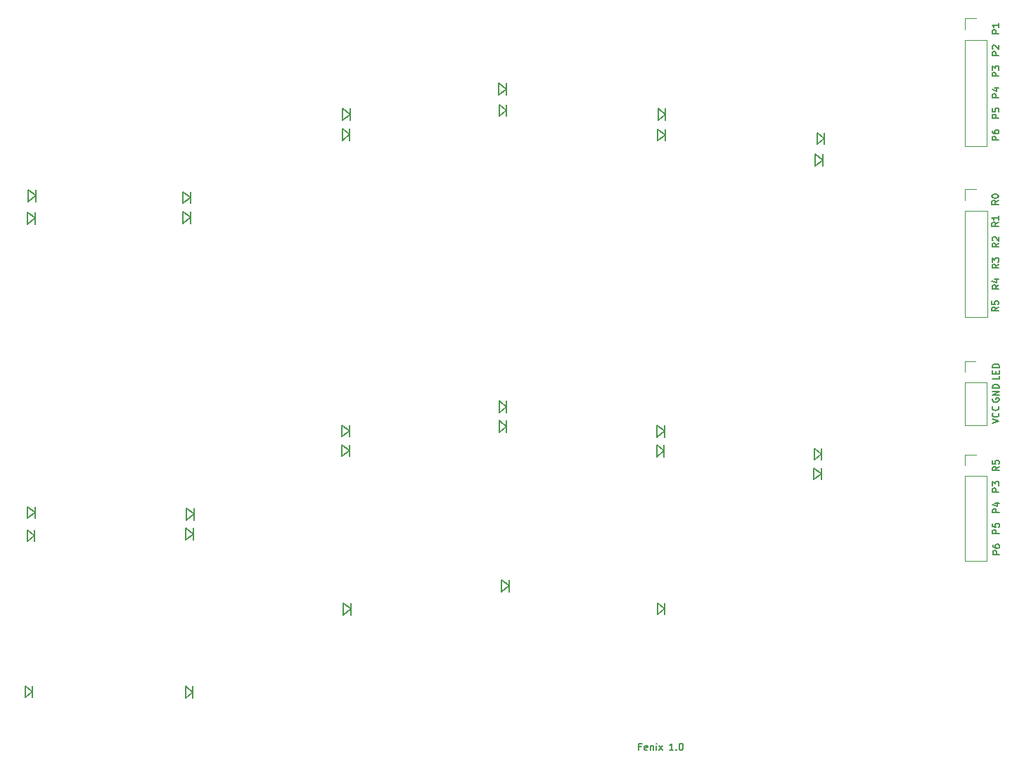
<source format=gbr>
%TF.GenerationSoftware,KiCad,Pcbnew,7.0.2*%
%TF.CreationDate,2023-04-26T23:00:13+02:00*%
%TF.ProjectId,phoenix-no-controller,70686f65-6e69-4782-9d6e-6f2d636f6e74,v1.0.0*%
%TF.SameCoordinates,Original*%
%TF.FileFunction,Legend,Top*%
%TF.FilePolarity,Positive*%
%FSLAX46Y46*%
G04 Gerber Fmt 4.6, Leading zero omitted, Abs format (unit mm)*
G04 Created by KiCad (PCBNEW 7.0.2) date 2023-04-26 23:00:13*
%MOMM*%
%LPD*%
G01*
G04 APERTURE LIST*
%ADD10C,0.150000*%
%ADD11C,0.120000*%
G04 APERTURE END LIST*
D10*
X251220095Y-98680475D02*
X250420095Y-98680475D01*
X250420095Y-98680475D02*
X250420095Y-98375713D01*
X250420095Y-98375713D02*
X250458190Y-98299523D01*
X250458190Y-98299523D02*
X250496285Y-98261428D01*
X250496285Y-98261428D02*
X250572476Y-98223332D01*
X250572476Y-98223332D02*
X250686761Y-98223332D01*
X250686761Y-98223332D02*
X250762952Y-98261428D01*
X250762952Y-98261428D02*
X250801047Y-98299523D01*
X250801047Y-98299523D02*
X250839142Y-98375713D01*
X250839142Y-98375713D02*
X250839142Y-98680475D01*
X250686761Y-97537618D02*
X251220095Y-97537618D01*
X250382000Y-97728094D02*
X250953428Y-97918571D01*
X250953428Y-97918571D02*
X250953428Y-97423332D01*
X208138095Y-176871047D02*
X207871429Y-176871047D01*
X207871429Y-177290095D02*
X207871429Y-176490095D01*
X207871429Y-176490095D02*
X208252381Y-176490095D01*
X208861905Y-177252000D02*
X208785714Y-177290095D01*
X208785714Y-177290095D02*
X208633333Y-177290095D01*
X208633333Y-177290095D02*
X208557143Y-177252000D01*
X208557143Y-177252000D02*
X208519047Y-177175809D01*
X208519047Y-177175809D02*
X208519047Y-176871047D01*
X208519047Y-176871047D02*
X208557143Y-176794857D01*
X208557143Y-176794857D02*
X208633333Y-176756761D01*
X208633333Y-176756761D02*
X208785714Y-176756761D01*
X208785714Y-176756761D02*
X208861905Y-176794857D01*
X208861905Y-176794857D02*
X208900000Y-176871047D01*
X208900000Y-176871047D02*
X208900000Y-176947238D01*
X208900000Y-176947238D02*
X208519047Y-177023428D01*
X209242857Y-176756761D02*
X209242857Y-177290095D01*
X209242857Y-176832952D02*
X209280952Y-176794857D01*
X209280952Y-176794857D02*
X209357142Y-176756761D01*
X209357142Y-176756761D02*
X209471428Y-176756761D01*
X209471428Y-176756761D02*
X209547619Y-176794857D01*
X209547619Y-176794857D02*
X209585714Y-176871047D01*
X209585714Y-176871047D02*
X209585714Y-177290095D01*
X209966667Y-177290095D02*
X209966667Y-176756761D01*
X209966667Y-176490095D02*
X209928571Y-176528190D01*
X209928571Y-176528190D02*
X209966667Y-176566285D01*
X209966667Y-176566285D02*
X210004762Y-176528190D01*
X210004762Y-176528190D02*
X209966667Y-176490095D01*
X209966667Y-176490095D02*
X209966667Y-176566285D01*
X210271428Y-177290095D02*
X210690476Y-176756761D01*
X210271428Y-176756761D02*
X210690476Y-177290095D01*
X212023809Y-177290095D02*
X211566666Y-177290095D01*
X211795238Y-177290095D02*
X211795238Y-176490095D01*
X211795238Y-176490095D02*
X211719047Y-176604380D01*
X211719047Y-176604380D02*
X211642857Y-176680571D01*
X211642857Y-176680571D02*
X211566666Y-176718666D01*
X212366667Y-177213904D02*
X212404762Y-177252000D01*
X212404762Y-177252000D02*
X212366667Y-177290095D01*
X212366667Y-177290095D02*
X212328571Y-177252000D01*
X212328571Y-177252000D02*
X212366667Y-177213904D01*
X212366667Y-177213904D02*
X212366667Y-177290095D01*
X212900000Y-176490095D02*
X212976190Y-176490095D01*
X212976190Y-176490095D02*
X213052381Y-176528190D01*
X213052381Y-176528190D02*
X213090476Y-176566285D01*
X213090476Y-176566285D02*
X213128571Y-176642476D01*
X213128571Y-176642476D02*
X213166666Y-176794857D01*
X213166666Y-176794857D02*
X213166666Y-176985333D01*
X213166666Y-176985333D02*
X213128571Y-177137714D01*
X213128571Y-177137714D02*
X213090476Y-177213904D01*
X213090476Y-177213904D02*
X213052381Y-177252000D01*
X213052381Y-177252000D02*
X212976190Y-177290095D01*
X212976190Y-177290095D02*
X212900000Y-177290095D01*
X212900000Y-177290095D02*
X212823809Y-177252000D01*
X212823809Y-177252000D02*
X212785714Y-177213904D01*
X212785714Y-177213904D02*
X212747619Y-177137714D01*
X212747619Y-177137714D02*
X212709523Y-176985333D01*
X212709523Y-176985333D02*
X212709523Y-176794857D01*
X212709523Y-176794857D02*
X212747619Y-176642476D01*
X212747619Y-176642476D02*
X212785714Y-176566285D01*
X212785714Y-176566285D02*
X212823809Y-176528190D01*
X212823809Y-176528190D02*
X212900000Y-176490095D01*
X251180095Y-123913332D02*
X250799142Y-124179999D01*
X251180095Y-124370475D02*
X250380095Y-124370475D01*
X250380095Y-124370475D02*
X250380095Y-124065713D01*
X250380095Y-124065713D02*
X250418190Y-123989523D01*
X250418190Y-123989523D02*
X250456285Y-123951428D01*
X250456285Y-123951428D02*
X250532476Y-123913332D01*
X250532476Y-123913332D02*
X250646761Y-123913332D01*
X250646761Y-123913332D02*
X250722952Y-123951428D01*
X250722952Y-123951428D02*
X250761047Y-123989523D01*
X250761047Y-123989523D02*
X250799142Y-124065713D01*
X250799142Y-124065713D02*
X250799142Y-124370475D01*
X250380095Y-123189523D02*
X250380095Y-123570475D01*
X250380095Y-123570475D02*
X250761047Y-123608571D01*
X250761047Y-123608571D02*
X250722952Y-123570475D01*
X250722952Y-123570475D02*
X250684857Y-123494285D01*
X250684857Y-123494285D02*
X250684857Y-123303809D01*
X250684857Y-123303809D02*
X250722952Y-123227618D01*
X250722952Y-123227618D02*
X250761047Y-123189523D01*
X250761047Y-123189523D02*
X250837238Y-123151428D01*
X250837238Y-123151428D02*
X251027714Y-123151428D01*
X251027714Y-123151428D02*
X251103904Y-123189523D01*
X251103904Y-123189523D02*
X251142000Y-123227618D01*
X251142000Y-123227618D02*
X251180095Y-123303809D01*
X251180095Y-123303809D02*
X251180095Y-123494285D01*
X251180095Y-123494285D02*
X251142000Y-123570475D01*
X251142000Y-123570475D02*
X251103904Y-123608571D01*
X251190095Y-90990475D02*
X250390095Y-90990475D01*
X250390095Y-90990475D02*
X250390095Y-90685713D01*
X250390095Y-90685713D02*
X250428190Y-90609523D01*
X250428190Y-90609523D02*
X250466285Y-90571428D01*
X250466285Y-90571428D02*
X250542476Y-90533332D01*
X250542476Y-90533332D02*
X250656761Y-90533332D01*
X250656761Y-90533332D02*
X250732952Y-90571428D01*
X250732952Y-90571428D02*
X250771047Y-90609523D01*
X250771047Y-90609523D02*
X250809142Y-90685713D01*
X250809142Y-90685713D02*
X250809142Y-90990475D01*
X251190095Y-89771428D02*
X251190095Y-90228571D01*
X251190095Y-89999999D02*
X250390095Y-89999999D01*
X250390095Y-89999999D02*
X250504380Y-90076190D01*
X250504380Y-90076190D02*
X250580571Y-90152380D01*
X250580571Y-90152380D02*
X250618666Y-90228571D01*
X251180095Y-113713332D02*
X250799142Y-113979999D01*
X251180095Y-114170475D02*
X250380095Y-114170475D01*
X250380095Y-114170475D02*
X250380095Y-113865713D01*
X250380095Y-113865713D02*
X250418190Y-113789523D01*
X250418190Y-113789523D02*
X250456285Y-113751428D01*
X250456285Y-113751428D02*
X250532476Y-113713332D01*
X250532476Y-113713332D02*
X250646761Y-113713332D01*
X250646761Y-113713332D02*
X250722952Y-113751428D01*
X250722952Y-113751428D02*
X250761047Y-113789523D01*
X250761047Y-113789523D02*
X250799142Y-113865713D01*
X250799142Y-113865713D02*
X250799142Y-114170475D01*
X251180095Y-112951428D02*
X251180095Y-113408571D01*
X251180095Y-113179999D02*
X250380095Y-113179999D01*
X250380095Y-113179999D02*
X250494380Y-113256190D01*
X250494380Y-113256190D02*
X250570571Y-113332380D01*
X250570571Y-113332380D02*
X250608666Y-113408571D01*
X250420095Y-137946666D02*
X251220095Y-137679999D01*
X251220095Y-137679999D02*
X250420095Y-137413333D01*
X251143904Y-136689523D02*
X251182000Y-136727619D01*
X251182000Y-136727619D02*
X251220095Y-136841904D01*
X251220095Y-136841904D02*
X251220095Y-136918095D01*
X251220095Y-136918095D02*
X251182000Y-137032381D01*
X251182000Y-137032381D02*
X251105809Y-137108571D01*
X251105809Y-137108571D02*
X251029619Y-137146666D01*
X251029619Y-137146666D02*
X250877238Y-137184762D01*
X250877238Y-137184762D02*
X250762952Y-137184762D01*
X250762952Y-137184762D02*
X250610571Y-137146666D01*
X250610571Y-137146666D02*
X250534380Y-137108571D01*
X250534380Y-137108571D02*
X250458190Y-137032381D01*
X250458190Y-137032381D02*
X250420095Y-136918095D01*
X250420095Y-136918095D02*
X250420095Y-136841904D01*
X250420095Y-136841904D02*
X250458190Y-136727619D01*
X250458190Y-136727619D02*
X250496285Y-136689523D01*
X251143904Y-135889523D02*
X251182000Y-135927619D01*
X251182000Y-135927619D02*
X251220095Y-136041904D01*
X251220095Y-136041904D02*
X251220095Y-136118095D01*
X251220095Y-136118095D02*
X251182000Y-136232381D01*
X251182000Y-136232381D02*
X251105809Y-136308571D01*
X251105809Y-136308571D02*
X251029619Y-136346666D01*
X251029619Y-136346666D02*
X250877238Y-136384762D01*
X250877238Y-136384762D02*
X250762952Y-136384762D01*
X250762952Y-136384762D02*
X250610571Y-136346666D01*
X250610571Y-136346666D02*
X250534380Y-136308571D01*
X250534380Y-136308571D02*
X250458190Y-136232381D01*
X250458190Y-136232381D02*
X250420095Y-136118095D01*
X250420095Y-136118095D02*
X250420095Y-136041904D01*
X250420095Y-136041904D02*
X250458190Y-135927619D01*
X250458190Y-135927619D02*
X250496285Y-135889523D01*
X251250095Y-148680475D02*
X250450095Y-148680475D01*
X250450095Y-148680475D02*
X250450095Y-148375713D01*
X250450095Y-148375713D02*
X250488190Y-148299523D01*
X250488190Y-148299523D02*
X250526285Y-148261428D01*
X250526285Y-148261428D02*
X250602476Y-148223332D01*
X250602476Y-148223332D02*
X250716761Y-148223332D01*
X250716761Y-148223332D02*
X250792952Y-148261428D01*
X250792952Y-148261428D02*
X250831047Y-148299523D01*
X250831047Y-148299523D02*
X250869142Y-148375713D01*
X250869142Y-148375713D02*
X250869142Y-148680475D01*
X250716761Y-147537618D02*
X251250095Y-147537618D01*
X250412000Y-147728094D02*
X250983428Y-147918571D01*
X250983428Y-147918571D02*
X250983428Y-147423332D01*
X251190095Y-93610475D02*
X250390095Y-93610475D01*
X250390095Y-93610475D02*
X250390095Y-93305713D01*
X250390095Y-93305713D02*
X250428190Y-93229523D01*
X250428190Y-93229523D02*
X250466285Y-93191428D01*
X250466285Y-93191428D02*
X250542476Y-93153332D01*
X250542476Y-93153332D02*
X250656761Y-93153332D01*
X250656761Y-93153332D02*
X250732952Y-93191428D01*
X250732952Y-93191428D02*
X250771047Y-93229523D01*
X250771047Y-93229523D02*
X250809142Y-93305713D01*
X250809142Y-93305713D02*
X250809142Y-93610475D01*
X250466285Y-92848571D02*
X250428190Y-92810475D01*
X250428190Y-92810475D02*
X250390095Y-92734285D01*
X250390095Y-92734285D02*
X250390095Y-92543809D01*
X250390095Y-92543809D02*
X250428190Y-92467618D01*
X250428190Y-92467618D02*
X250466285Y-92429523D01*
X250466285Y-92429523D02*
X250542476Y-92391428D01*
X250542476Y-92391428D02*
X250618666Y-92391428D01*
X250618666Y-92391428D02*
X250732952Y-92429523D01*
X250732952Y-92429523D02*
X251190095Y-92886666D01*
X251190095Y-92886666D02*
X251190095Y-92391428D01*
X251240095Y-132214285D02*
X251240095Y-132595237D01*
X251240095Y-132595237D02*
X250440095Y-132595237D01*
X250821047Y-131947618D02*
X250821047Y-131680952D01*
X251240095Y-131566666D02*
X251240095Y-131947618D01*
X251240095Y-131947618D02*
X250440095Y-131947618D01*
X250440095Y-131947618D02*
X250440095Y-131566666D01*
X251240095Y-131223808D02*
X250440095Y-131223808D01*
X250440095Y-131223808D02*
X250440095Y-131033332D01*
X250440095Y-131033332D02*
X250478190Y-130919046D01*
X250478190Y-130919046D02*
X250554380Y-130842856D01*
X250554380Y-130842856D02*
X250630571Y-130804761D01*
X250630571Y-130804761D02*
X250782952Y-130766665D01*
X250782952Y-130766665D02*
X250897238Y-130766665D01*
X250897238Y-130766665D02*
X251049619Y-130804761D01*
X251049619Y-130804761D02*
X251125809Y-130842856D01*
X251125809Y-130842856D02*
X251202000Y-130919046D01*
X251202000Y-130919046D02*
X251240095Y-131033332D01*
X251240095Y-131033332D02*
X251240095Y-131223808D01*
X251220095Y-96110475D02*
X250420095Y-96110475D01*
X250420095Y-96110475D02*
X250420095Y-95805713D01*
X250420095Y-95805713D02*
X250458190Y-95729523D01*
X250458190Y-95729523D02*
X250496285Y-95691428D01*
X250496285Y-95691428D02*
X250572476Y-95653332D01*
X250572476Y-95653332D02*
X250686761Y-95653332D01*
X250686761Y-95653332D02*
X250762952Y-95691428D01*
X250762952Y-95691428D02*
X250801047Y-95729523D01*
X250801047Y-95729523D02*
X250839142Y-95805713D01*
X250839142Y-95805713D02*
X250839142Y-96110475D01*
X250420095Y-95386666D02*
X250420095Y-94891428D01*
X250420095Y-94891428D02*
X250724857Y-95158094D01*
X250724857Y-95158094D02*
X250724857Y-95043809D01*
X250724857Y-95043809D02*
X250762952Y-94967618D01*
X250762952Y-94967618D02*
X250801047Y-94929523D01*
X250801047Y-94929523D02*
X250877238Y-94891428D01*
X250877238Y-94891428D02*
X251067714Y-94891428D01*
X251067714Y-94891428D02*
X251143904Y-94929523D01*
X251143904Y-94929523D02*
X251182000Y-94967618D01*
X251182000Y-94967618D02*
X251220095Y-95043809D01*
X251220095Y-95043809D02*
X251220095Y-95272380D01*
X251220095Y-95272380D02*
X251182000Y-95348571D01*
X251182000Y-95348571D02*
X251143904Y-95386666D01*
X251180095Y-111093332D02*
X250799142Y-111359999D01*
X251180095Y-111550475D02*
X250380095Y-111550475D01*
X250380095Y-111550475D02*
X250380095Y-111245713D01*
X250380095Y-111245713D02*
X250418190Y-111169523D01*
X250418190Y-111169523D02*
X250456285Y-111131428D01*
X250456285Y-111131428D02*
X250532476Y-111093332D01*
X250532476Y-111093332D02*
X250646761Y-111093332D01*
X250646761Y-111093332D02*
X250722952Y-111131428D01*
X250722952Y-111131428D02*
X250761047Y-111169523D01*
X250761047Y-111169523D02*
X250799142Y-111245713D01*
X250799142Y-111245713D02*
X250799142Y-111550475D01*
X250380095Y-110598094D02*
X250380095Y-110521904D01*
X250380095Y-110521904D02*
X250418190Y-110445713D01*
X250418190Y-110445713D02*
X250456285Y-110407618D01*
X250456285Y-110407618D02*
X250532476Y-110369523D01*
X250532476Y-110369523D02*
X250684857Y-110331428D01*
X250684857Y-110331428D02*
X250875333Y-110331428D01*
X250875333Y-110331428D02*
X251027714Y-110369523D01*
X251027714Y-110369523D02*
X251103904Y-110407618D01*
X251103904Y-110407618D02*
X251142000Y-110445713D01*
X251142000Y-110445713D02*
X251180095Y-110521904D01*
X251180095Y-110521904D02*
X251180095Y-110598094D01*
X251180095Y-110598094D02*
X251142000Y-110674285D01*
X251142000Y-110674285D02*
X251103904Y-110712380D01*
X251103904Y-110712380D02*
X251027714Y-110750475D01*
X251027714Y-110750475D02*
X250875333Y-110788571D01*
X250875333Y-110788571D02*
X250684857Y-110788571D01*
X250684857Y-110788571D02*
X250532476Y-110750475D01*
X250532476Y-110750475D02*
X250456285Y-110712380D01*
X250456285Y-110712380D02*
X250418190Y-110674285D01*
X250418190Y-110674285D02*
X250380095Y-110598094D01*
X251270095Y-153710475D02*
X250470095Y-153710475D01*
X250470095Y-153710475D02*
X250470095Y-153405713D01*
X250470095Y-153405713D02*
X250508190Y-153329523D01*
X250508190Y-153329523D02*
X250546285Y-153291428D01*
X250546285Y-153291428D02*
X250622476Y-153253332D01*
X250622476Y-153253332D02*
X250736761Y-153253332D01*
X250736761Y-153253332D02*
X250812952Y-153291428D01*
X250812952Y-153291428D02*
X250851047Y-153329523D01*
X250851047Y-153329523D02*
X250889142Y-153405713D01*
X250889142Y-153405713D02*
X250889142Y-153710475D01*
X250470095Y-152567618D02*
X250470095Y-152719999D01*
X250470095Y-152719999D02*
X250508190Y-152796190D01*
X250508190Y-152796190D02*
X250546285Y-152834285D01*
X250546285Y-152834285D02*
X250660571Y-152910475D01*
X250660571Y-152910475D02*
X250812952Y-152948571D01*
X250812952Y-152948571D02*
X251117714Y-152948571D01*
X251117714Y-152948571D02*
X251193904Y-152910475D01*
X251193904Y-152910475D02*
X251232000Y-152872380D01*
X251232000Y-152872380D02*
X251270095Y-152796190D01*
X251270095Y-152796190D02*
X251270095Y-152643809D01*
X251270095Y-152643809D02*
X251232000Y-152567618D01*
X251232000Y-152567618D02*
X251193904Y-152529523D01*
X251193904Y-152529523D02*
X251117714Y-152491428D01*
X251117714Y-152491428D02*
X250927238Y-152491428D01*
X250927238Y-152491428D02*
X250851047Y-152529523D01*
X250851047Y-152529523D02*
X250812952Y-152567618D01*
X250812952Y-152567618D02*
X250774857Y-152643809D01*
X250774857Y-152643809D02*
X250774857Y-152796190D01*
X250774857Y-152796190D02*
X250812952Y-152872380D01*
X250812952Y-152872380D02*
X250851047Y-152910475D01*
X250851047Y-152910475D02*
X250927238Y-152948571D01*
X251260095Y-143143332D02*
X250879142Y-143409999D01*
X251260095Y-143600475D02*
X250460095Y-143600475D01*
X250460095Y-143600475D02*
X250460095Y-143295713D01*
X250460095Y-143295713D02*
X250498190Y-143219523D01*
X250498190Y-143219523D02*
X250536285Y-143181428D01*
X250536285Y-143181428D02*
X250612476Y-143143332D01*
X250612476Y-143143332D02*
X250726761Y-143143332D01*
X250726761Y-143143332D02*
X250802952Y-143181428D01*
X250802952Y-143181428D02*
X250841047Y-143219523D01*
X250841047Y-143219523D02*
X250879142Y-143295713D01*
X250879142Y-143295713D02*
X250879142Y-143600475D01*
X250460095Y-142419523D02*
X250460095Y-142800475D01*
X250460095Y-142800475D02*
X250841047Y-142838571D01*
X250841047Y-142838571D02*
X250802952Y-142800475D01*
X250802952Y-142800475D02*
X250764857Y-142724285D01*
X250764857Y-142724285D02*
X250764857Y-142533809D01*
X250764857Y-142533809D02*
X250802952Y-142457618D01*
X250802952Y-142457618D02*
X250841047Y-142419523D01*
X250841047Y-142419523D02*
X250917238Y-142381428D01*
X250917238Y-142381428D02*
X251107714Y-142381428D01*
X251107714Y-142381428D02*
X251183904Y-142419523D01*
X251183904Y-142419523D02*
X251222000Y-142457618D01*
X251222000Y-142457618D02*
X251260095Y-142533809D01*
X251260095Y-142533809D02*
X251260095Y-142724285D01*
X251260095Y-142724285D02*
X251222000Y-142800475D01*
X251222000Y-142800475D02*
X251183904Y-142838571D01*
X251240095Y-151200475D02*
X250440095Y-151200475D01*
X250440095Y-151200475D02*
X250440095Y-150895713D01*
X250440095Y-150895713D02*
X250478190Y-150819523D01*
X250478190Y-150819523D02*
X250516285Y-150781428D01*
X250516285Y-150781428D02*
X250592476Y-150743332D01*
X250592476Y-150743332D02*
X250706761Y-150743332D01*
X250706761Y-150743332D02*
X250782952Y-150781428D01*
X250782952Y-150781428D02*
X250821047Y-150819523D01*
X250821047Y-150819523D02*
X250859142Y-150895713D01*
X250859142Y-150895713D02*
X250859142Y-151200475D01*
X250440095Y-150019523D02*
X250440095Y-150400475D01*
X250440095Y-150400475D02*
X250821047Y-150438571D01*
X250821047Y-150438571D02*
X250782952Y-150400475D01*
X250782952Y-150400475D02*
X250744857Y-150324285D01*
X250744857Y-150324285D02*
X250744857Y-150133809D01*
X250744857Y-150133809D02*
X250782952Y-150057618D01*
X250782952Y-150057618D02*
X250821047Y-150019523D01*
X250821047Y-150019523D02*
X250897238Y-149981428D01*
X250897238Y-149981428D02*
X251087714Y-149981428D01*
X251087714Y-149981428D02*
X251163904Y-150019523D01*
X251163904Y-150019523D02*
X251202000Y-150057618D01*
X251202000Y-150057618D02*
X251240095Y-150133809D01*
X251240095Y-150133809D02*
X251240095Y-150324285D01*
X251240095Y-150324285D02*
X251202000Y-150400475D01*
X251202000Y-150400475D02*
X251163904Y-150438571D01*
X251210095Y-118783332D02*
X250829142Y-119049999D01*
X251210095Y-119240475D02*
X250410095Y-119240475D01*
X250410095Y-119240475D02*
X250410095Y-118935713D01*
X250410095Y-118935713D02*
X250448190Y-118859523D01*
X250448190Y-118859523D02*
X250486285Y-118821428D01*
X250486285Y-118821428D02*
X250562476Y-118783332D01*
X250562476Y-118783332D02*
X250676761Y-118783332D01*
X250676761Y-118783332D02*
X250752952Y-118821428D01*
X250752952Y-118821428D02*
X250791047Y-118859523D01*
X250791047Y-118859523D02*
X250829142Y-118935713D01*
X250829142Y-118935713D02*
X250829142Y-119240475D01*
X250410095Y-118516666D02*
X250410095Y-118021428D01*
X250410095Y-118021428D02*
X250714857Y-118288094D01*
X250714857Y-118288094D02*
X250714857Y-118173809D01*
X250714857Y-118173809D02*
X250752952Y-118097618D01*
X250752952Y-118097618D02*
X250791047Y-118059523D01*
X250791047Y-118059523D02*
X250867238Y-118021428D01*
X250867238Y-118021428D02*
X251057714Y-118021428D01*
X251057714Y-118021428D02*
X251133904Y-118059523D01*
X251133904Y-118059523D02*
X251172000Y-118097618D01*
X251172000Y-118097618D02*
X251210095Y-118173809D01*
X251210095Y-118173809D02*
X251210095Y-118402380D01*
X251210095Y-118402380D02*
X251172000Y-118478571D01*
X251172000Y-118478571D02*
X251133904Y-118516666D01*
X251220095Y-101170475D02*
X250420095Y-101170475D01*
X250420095Y-101170475D02*
X250420095Y-100865713D01*
X250420095Y-100865713D02*
X250458190Y-100789523D01*
X250458190Y-100789523D02*
X250496285Y-100751428D01*
X250496285Y-100751428D02*
X250572476Y-100713332D01*
X250572476Y-100713332D02*
X250686761Y-100713332D01*
X250686761Y-100713332D02*
X250762952Y-100751428D01*
X250762952Y-100751428D02*
X250801047Y-100789523D01*
X250801047Y-100789523D02*
X250839142Y-100865713D01*
X250839142Y-100865713D02*
X250839142Y-101170475D01*
X250420095Y-99989523D02*
X250420095Y-100370475D01*
X250420095Y-100370475D02*
X250801047Y-100408571D01*
X250801047Y-100408571D02*
X250762952Y-100370475D01*
X250762952Y-100370475D02*
X250724857Y-100294285D01*
X250724857Y-100294285D02*
X250724857Y-100103809D01*
X250724857Y-100103809D02*
X250762952Y-100027618D01*
X250762952Y-100027618D02*
X250801047Y-99989523D01*
X250801047Y-99989523D02*
X250877238Y-99951428D01*
X250877238Y-99951428D02*
X251067714Y-99951428D01*
X251067714Y-99951428D02*
X251143904Y-99989523D01*
X251143904Y-99989523D02*
X251182000Y-100027618D01*
X251182000Y-100027618D02*
X251220095Y-100103809D01*
X251220095Y-100103809D02*
X251220095Y-100294285D01*
X251220095Y-100294285D02*
X251182000Y-100370475D01*
X251182000Y-100370475D02*
X251143904Y-100408571D01*
X251220095Y-146190475D02*
X250420095Y-146190475D01*
X250420095Y-146190475D02*
X250420095Y-145885713D01*
X250420095Y-145885713D02*
X250458190Y-145809523D01*
X250458190Y-145809523D02*
X250496285Y-145771428D01*
X250496285Y-145771428D02*
X250572476Y-145733332D01*
X250572476Y-145733332D02*
X250686761Y-145733332D01*
X250686761Y-145733332D02*
X250762952Y-145771428D01*
X250762952Y-145771428D02*
X250801047Y-145809523D01*
X250801047Y-145809523D02*
X250839142Y-145885713D01*
X250839142Y-145885713D02*
X250839142Y-146190475D01*
X250420095Y-145466666D02*
X250420095Y-144971428D01*
X250420095Y-144971428D02*
X250724857Y-145238094D01*
X250724857Y-145238094D02*
X250724857Y-145123809D01*
X250724857Y-145123809D02*
X250762952Y-145047618D01*
X250762952Y-145047618D02*
X250801047Y-145009523D01*
X250801047Y-145009523D02*
X250877238Y-144971428D01*
X250877238Y-144971428D02*
X251067714Y-144971428D01*
X251067714Y-144971428D02*
X251143904Y-145009523D01*
X251143904Y-145009523D02*
X251182000Y-145047618D01*
X251182000Y-145047618D02*
X251220095Y-145123809D01*
X251220095Y-145123809D02*
X251220095Y-145352380D01*
X251220095Y-145352380D02*
X251182000Y-145428571D01*
X251182000Y-145428571D02*
X251143904Y-145466666D01*
X251210095Y-116213332D02*
X250829142Y-116479999D01*
X251210095Y-116670475D02*
X250410095Y-116670475D01*
X250410095Y-116670475D02*
X250410095Y-116365713D01*
X250410095Y-116365713D02*
X250448190Y-116289523D01*
X250448190Y-116289523D02*
X250486285Y-116251428D01*
X250486285Y-116251428D02*
X250562476Y-116213332D01*
X250562476Y-116213332D02*
X250676761Y-116213332D01*
X250676761Y-116213332D02*
X250752952Y-116251428D01*
X250752952Y-116251428D02*
X250791047Y-116289523D01*
X250791047Y-116289523D02*
X250829142Y-116365713D01*
X250829142Y-116365713D02*
X250829142Y-116670475D01*
X250486285Y-115908571D02*
X250448190Y-115870475D01*
X250448190Y-115870475D02*
X250410095Y-115794285D01*
X250410095Y-115794285D02*
X250410095Y-115603809D01*
X250410095Y-115603809D02*
X250448190Y-115527618D01*
X250448190Y-115527618D02*
X250486285Y-115489523D01*
X250486285Y-115489523D02*
X250562476Y-115451428D01*
X250562476Y-115451428D02*
X250638666Y-115451428D01*
X250638666Y-115451428D02*
X250752952Y-115489523D01*
X250752952Y-115489523D02*
X251210095Y-115946666D01*
X251210095Y-115946666D02*
X251210095Y-115451428D01*
X251210095Y-121273332D02*
X250829142Y-121539999D01*
X251210095Y-121730475D02*
X250410095Y-121730475D01*
X250410095Y-121730475D02*
X250410095Y-121425713D01*
X250410095Y-121425713D02*
X250448190Y-121349523D01*
X250448190Y-121349523D02*
X250486285Y-121311428D01*
X250486285Y-121311428D02*
X250562476Y-121273332D01*
X250562476Y-121273332D02*
X250676761Y-121273332D01*
X250676761Y-121273332D02*
X250752952Y-121311428D01*
X250752952Y-121311428D02*
X250791047Y-121349523D01*
X250791047Y-121349523D02*
X250829142Y-121425713D01*
X250829142Y-121425713D02*
X250829142Y-121730475D01*
X250676761Y-120587618D02*
X251210095Y-120587618D01*
X250372000Y-120778094D02*
X250943428Y-120968571D01*
X250943428Y-120968571D02*
X250943428Y-120473332D01*
X251190095Y-103810475D02*
X250390095Y-103810475D01*
X250390095Y-103810475D02*
X250390095Y-103505713D01*
X250390095Y-103505713D02*
X250428190Y-103429523D01*
X250428190Y-103429523D02*
X250466285Y-103391428D01*
X250466285Y-103391428D02*
X250542476Y-103353332D01*
X250542476Y-103353332D02*
X250656761Y-103353332D01*
X250656761Y-103353332D02*
X250732952Y-103391428D01*
X250732952Y-103391428D02*
X250771047Y-103429523D01*
X250771047Y-103429523D02*
X250809142Y-103505713D01*
X250809142Y-103505713D02*
X250809142Y-103810475D01*
X250390095Y-102667618D02*
X250390095Y-102819999D01*
X250390095Y-102819999D02*
X250428190Y-102896190D01*
X250428190Y-102896190D02*
X250466285Y-102934285D01*
X250466285Y-102934285D02*
X250580571Y-103010475D01*
X250580571Y-103010475D02*
X250732952Y-103048571D01*
X250732952Y-103048571D02*
X251037714Y-103048571D01*
X251037714Y-103048571D02*
X251113904Y-103010475D01*
X251113904Y-103010475D02*
X251152000Y-102972380D01*
X251152000Y-102972380D02*
X251190095Y-102896190D01*
X251190095Y-102896190D02*
X251190095Y-102743809D01*
X251190095Y-102743809D02*
X251152000Y-102667618D01*
X251152000Y-102667618D02*
X251113904Y-102629523D01*
X251113904Y-102629523D02*
X251037714Y-102591428D01*
X251037714Y-102591428D02*
X250847238Y-102591428D01*
X250847238Y-102591428D02*
X250771047Y-102629523D01*
X250771047Y-102629523D02*
X250732952Y-102667618D01*
X250732952Y-102667618D02*
X250694857Y-102743809D01*
X250694857Y-102743809D02*
X250694857Y-102896190D01*
X250694857Y-102896190D02*
X250732952Y-102972380D01*
X250732952Y-102972380D02*
X250771047Y-103010475D01*
X250771047Y-103010475D02*
X250847238Y-103048571D01*
X250468190Y-134929523D02*
X250430095Y-135005713D01*
X250430095Y-135005713D02*
X250430095Y-135119999D01*
X250430095Y-135119999D02*
X250468190Y-135234285D01*
X250468190Y-135234285D02*
X250544380Y-135310475D01*
X250544380Y-135310475D02*
X250620571Y-135348570D01*
X250620571Y-135348570D02*
X250772952Y-135386666D01*
X250772952Y-135386666D02*
X250887238Y-135386666D01*
X250887238Y-135386666D02*
X251039619Y-135348570D01*
X251039619Y-135348570D02*
X251115809Y-135310475D01*
X251115809Y-135310475D02*
X251192000Y-135234285D01*
X251192000Y-135234285D02*
X251230095Y-135119999D01*
X251230095Y-135119999D02*
X251230095Y-135043808D01*
X251230095Y-135043808D02*
X251192000Y-134929523D01*
X251192000Y-134929523D02*
X251153904Y-134891427D01*
X251153904Y-134891427D02*
X250887238Y-134891427D01*
X250887238Y-134891427D02*
X250887238Y-135043808D01*
X251230095Y-134548570D02*
X250430095Y-134548570D01*
X250430095Y-134548570D02*
X251230095Y-134091427D01*
X251230095Y-134091427D02*
X250430095Y-134091427D01*
X251230095Y-133710475D02*
X250430095Y-133710475D01*
X250430095Y-133710475D02*
X250430095Y-133519999D01*
X250430095Y-133519999D02*
X250468190Y-133405713D01*
X250468190Y-133405713D02*
X250544380Y-133329523D01*
X250544380Y-133329523D02*
X250620571Y-133291428D01*
X250620571Y-133291428D02*
X250772952Y-133253332D01*
X250772952Y-133253332D02*
X250887238Y-133253332D01*
X250887238Y-133253332D02*
X251039619Y-133291428D01*
X251039619Y-133291428D02*
X251115809Y-133329523D01*
X251115809Y-133329523D02*
X251192000Y-133405713D01*
X251192000Y-133405713D02*
X251230095Y-133519999D01*
X251230095Y-133519999D02*
X251230095Y-133710475D01*
%TO.C,*%
D11*
X247147500Y-109747500D02*
X248477500Y-109747500D01*
X247147500Y-111077500D02*
X247147500Y-109747500D01*
X247147500Y-112347500D02*
X247147500Y-125107500D01*
X247147500Y-112347500D02*
X249807500Y-112347500D01*
X247147500Y-125107500D02*
X249807500Y-125107500D01*
X249807500Y-112347500D02*
X249807500Y-125107500D01*
X247097500Y-130442500D02*
X248427500Y-130442500D01*
X247097500Y-131772500D02*
X247097500Y-130442500D01*
X247097500Y-133042500D02*
X247097500Y-138182500D01*
X247097500Y-133042500D02*
X249757500Y-133042500D01*
X247097500Y-138182500D02*
X249757500Y-138182500D01*
X249757500Y-133042500D02*
X249757500Y-138182500D01*
X247117500Y-89167500D02*
X248447500Y-89167500D01*
X247117500Y-90497500D02*
X247117500Y-89167500D01*
X247117500Y-91767500D02*
X247117500Y-104527500D01*
X247117500Y-91767500D02*
X249777500Y-91767500D01*
X247117500Y-104527500D02*
X249777500Y-104527500D01*
X249777500Y-91767500D02*
X249777500Y-104527500D01*
X247117500Y-141692500D02*
X248447500Y-141692500D01*
X247117500Y-143022500D02*
X247117500Y-141692500D01*
X247117500Y-144292500D02*
X247117500Y-154512500D01*
X247117500Y-144292500D02*
X249777500Y-144292500D01*
X247117500Y-154512500D02*
X249777500Y-154512500D01*
X249777500Y-144292500D02*
X249777500Y-154512500D01*
D10*
%TO.C,D25*%
X230200000Y-103630000D02*
X229300000Y-102930000D01*
X230200000Y-102930000D02*
X230200000Y-104330000D01*
X229300000Y-104330000D02*
X230200000Y-103630000D01*
X229300000Y-102930000D02*
X229300000Y-104330000D01*
X191940000Y-138310000D02*
X191040000Y-137610000D01*
X191940000Y-137610000D02*
X191940000Y-139010000D01*
X191040000Y-139010000D02*
X191940000Y-138310000D01*
X191040000Y-137610000D02*
X191040000Y-139010000D01*
X211020000Y-103200000D02*
X210120000Y-102500000D01*
X211020000Y-102500000D02*
X211020000Y-103900000D01*
X210120000Y-103900000D02*
X211020000Y-103200000D01*
X210120000Y-102500000D02*
X210120000Y-103900000D01*
X154250000Y-151260000D02*
X153350000Y-150560000D01*
X154250000Y-150560000D02*
X154250000Y-151960000D01*
X153350000Y-151960000D02*
X154250000Y-151260000D01*
X153350000Y-150560000D02*
X153350000Y-151960000D01*
X173020000Y-141230000D02*
X172120000Y-140530000D01*
X173020000Y-140530000D02*
X173020000Y-141930000D01*
X172120000Y-141930000D02*
X173020000Y-141230000D01*
X172120000Y-140530000D02*
X172120000Y-141930000D01*
X191930000Y-100240000D02*
X191030000Y-99540000D01*
X191930000Y-99540000D02*
X191930000Y-100940000D01*
X191030000Y-100940000D02*
X191930000Y-100240000D01*
X191030000Y-99540000D02*
X191030000Y-100940000D01*
X153910000Y-110730000D02*
X153010000Y-110030000D01*
X153910000Y-110030000D02*
X153910000Y-111430000D01*
X153010000Y-111430000D02*
X153910000Y-110730000D01*
X153010000Y-110030000D02*
X153010000Y-111430000D01*
X229850000Y-144030000D02*
X228950000Y-143330000D01*
X229850000Y-143330000D02*
X229850000Y-144730000D01*
X228950000Y-144730000D02*
X229850000Y-144030000D01*
X228950000Y-143330000D02*
X228950000Y-144730000D01*
X154170000Y-170310000D02*
X153270000Y-169610000D01*
X154170000Y-169610000D02*
X154170000Y-171010000D01*
X153270000Y-171010000D02*
X154170000Y-170310000D01*
X153270000Y-169610000D02*
X153270000Y-171010000D01*
X210990000Y-160280000D02*
X210090000Y-159580000D01*
X210990000Y-159580000D02*
X210990000Y-160980000D01*
X210090000Y-160980000D02*
X210990000Y-160280000D01*
X210090000Y-159580000D02*
X210090000Y-160980000D01*
X173080000Y-100710000D02*
X172180000Y-100010000D01*
X173080000Y-100010000D02*
X173080000Y-101410000D01*
X172180000Y-101410000D02*
X173080000Y-100710000D01*
X172180000Y-100010000D02*
X172180000Y-101410000D01*
X173200000Y-160300000D02*
X172300000Y-159600000D01*
X173200000Y-159600000D02*
X173200000Y-161000000D01*
X172300000Y-161000000D02*
X173200000Y-160300000D01*
X172300000Y-159600000D02*
X172300000Y-161000000D01*
X135160000Y-113220000D02*
X134260000Y-112520000D01*
X135160000Y-112520000D02*
X135160000Y-113920000D01*
X134260000Y-113920000D02*
X135160000Y-113220000D01*
X134260000Y-112520000D02*
X134260000Y-113920000D01*
X229860000Y-141660000D02*
X228960000Y-140960000D01*
X229860000Y-140960000D02*
X229860000Y-142360000D01*
X228960000Y-142360000D02*
X229860000Y-141660000D01*
X228960000Y-140960000D02*
X228960000Y-142360000D01*
X134870000Y-170270000D02*
X133970000Y-169570000D01*
X134870000Y-169570000D02*
X134870000Y-170970000D01*
X133970000Y-170970000D02*
X134870000Y-170270000D01*
X133970000Y-169570000D02*
X133970000Y-170970000D01*
X230020000Y-106220000D02*
X229120000Y-105520000D01*
X230020000Y-105520000D02*
X230020000Y-106920000D01*
X229120000Y-106920000D02*
X230020000Y-106220000D01*
X229120000Y-105520000D02*
X229120000Y-106920000D01*
X173030000Y-138860000D02*
X172130000Y-138160000D01*
X173030000Y-138160000D02*
X173030000Y-139560000D01*
X172130000Y-139560000D02*
X173030000Y-138860000D01*
X172130000Y-138160000D02*
X172130000Y-139560000D01*
X173060000Y-103150000D02*
X172160000Y-102450000D01*
X173060000Y-102450000D02*
X173060000Y-103850000D01*
X172160000Y-103850000D02*
X173060000Y-103150000D01*
X172160000Y-102450000D02*
X172160000Y-103850000D01*
X135180000Y-148670000D02*
X134280000Y-147970000D01*
X135180000Y-147970000D02*
X135180000Y-149370000D01*
X134280000Y-149370000D02*
X135180000Y-148670000D01*
X134280000Y-147970000D02*
X134280000Y-149370000D01*
X135260000Y-110510000D02*
X134360000Y-109810000D01*
X135260000Y-109810000D02*
X135260000Y-111210000D01*
X134360000Y-111210000D02*
X135260000Y-110510000D01*
X134360000Y-109810000D02*
X134360000Y-111210000D01*
X211070000Y-100710000D02*
X210170000Y-100010000D01*
X211070000Y-100010000D02*
X211070000Y-101410000D01*
X210170000Y-101410000D02*
X211070000Y-100710000D01*
X210170000Y-100010000D02*
X210170000Y-101410000D01*
X210930000Y-138870000D02*
X210030000Y-138170000D01*
X210930000Y-138170000D02*
X210930000Y-139570000D01*
X210030000Y-139570000D02*
X210930000Y-138870000D01*
X210030000Y-138170000D02*
X210030000Y-139570000D01*
X191950000Y-135940000D02*
X191050000Y-135240000D01*
X191950000Y-135240000D02*
X191950000Y-136640000D01*
X191050000Y-136640000D02*
X191950000Y-135940000D01*
X191050000Y-135240000D02*
X191050000Y-136640000D01*
X154310000Y-148860000D02*
X153410000Y-148160000D01*
X154310000Y-148160000D02*
X154310000Y-149560000D01*
X153410000Y-149560000D02*
X154310000Y-148860000D01*
X153410000Y-148160000D02*
X153410000Y-149560000D01*
X135140000Y-151470000D02*
X134240000Y-150770000D01*
X135140000Y-150770000D02*
X135140000Y-152170000D01*
X134240000Y-152170000D02*
X135140000Y-151470000D01*
X134240000Y-150770000D02*
X134240000Y-152170000D01*
X153870000Y-113130000D02*
X152970000Y-112430000D01*
X153870000Y-112430000D02*
X153870000Y-113830000D01*
X152970000Y-113830000D02*
X153870000Y-113130000D01*
X152970000Y-112430000D02*
X152970000Y-113830000D01*
X192230000Y-157500000D02*
X191330000Y-156800000D01*
X192230000Y-156800000D02*
X192230000Y-158200000D01*
X191330000Y-158200000D02*
X192230000Y-157500000D01*
X191330000Y-156800000D02*
X191330000Y-158200000D01*
X191880000Y-97660000D02*
X190980000Y-96960000D01*
X191880000Y-96960000D02*
X191880000Y-98360000D01*
X190980000Y-98360000D02*
X191880000Y-97660000D01*
X190980000Y-96960000D02*
X190980000Y-98360000D01*
X210920000Y-141240000D02*
X210020000Y-140540000D01*
X210920000Y-140540000D02*
X210920000Y-141940000D01*
X210020000Y-141940000D02*
X210920000Y-141240000D01*
X210020000Y-140540000D02*
X210020000Y-141940000D01*
%TD*%
M02*

</source>
